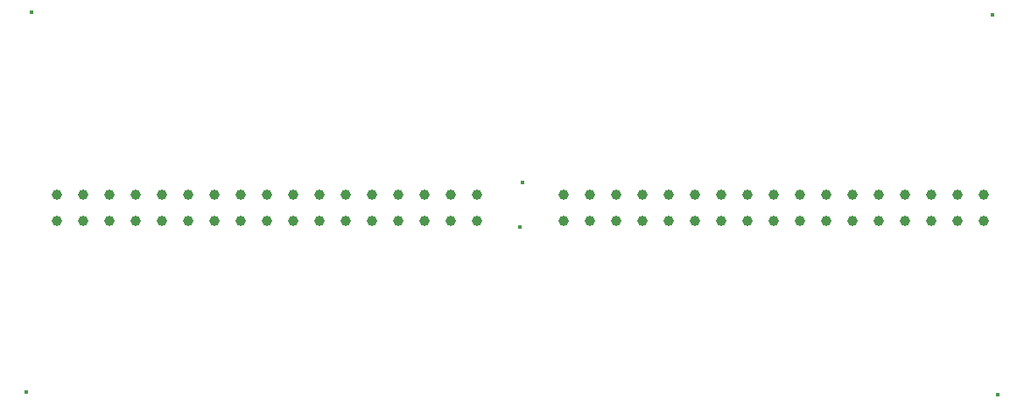
<source format=gbr>
%TF.GenerationSoftware,KiCad,Pcbnew,9.0.0*%
%TF.CreationDate,2025-03-14T15:21:29-04:00*%
%TF.ProjectId,LVDelay,4c564465-6c61-4792-9e6b-696361645f70,rev?*%
%TF.SameCoordinates,Original*%
%TF.FileFunction,Plated,1,4,PTH,Drill*%
%TF.FilePolarity,Positive*%
%FSLAX46Y46*%
G04 Gerber Fmt 4.6, Leading zero omitted, Abs format (unit mm)*
G04 Created by KiCad (PCBNEW 9.0.0) date 2025-03-14 15:21:29*
%MOMM*%
%LPD*%
G01*
G04 APERTURE LIST*
%TA.AperFunction,ViaDrill*%
%ADD10C,0.400000*%
%TD*%
%TA.AperFunction,ComponentDrill*%
%ADD11C,1.000000*%
%TD*%
G04 APERTURE END LIST*
D10*
X53340000Y-90170000D03*
X53848000Y-53340000D03*
X101092000Y-74168000D03*
X101346000Y-69850000D03*
X146812000Y-53594000D03*
X147320000Y-90424000D03*
D11*
%TO.C,J1*%
X56297830Y-71050655D03*
X56297830Y-73590655D03*
X58837830Y-71050655D03*
X58837830Y-73590655D03*
X61377830Y-71050655D03*
X61377830Y-73590655D03*
X63917830Y-71050655D03*
X63917830Y-73590655D03*
X66457830Y-71050655D03*
X66457830Y-73590655D03*
X68997830Y-71050655D03*
X68997830Y-73590655D03*
X71537830Y-71050655D03*
X71537830Y-73590655D03*
X74077830Y-71050655D03*
X74077830Y-73590655D03*
X76617830Y-71050655D03*
X76617830Y-73590655D03*
X79157830Y-71050655D03*
X79157830Y-73590655D03*
X81697830Y-71050655D03*
X81697830Y-73590655D03*
X84237830Y-71050655D03*
X84237830Y-73590655D03*
X86777830Y-71050655D03*
X86777830Y-73590655D03*
X89317830Y-71050655D03*
X89317830Y-73590655D03*
X91857830Y-71050655D03*
X91857830Y-73590655D03*
X94397830Y-71050655D03*
X94397830Y-73590655D03*
X96937830Y-71050655D03*
X96937830Y-73590655D03*
%TO.C,J2*%
X105314830Y-71050655D03*
X105314830Y-73590655D03*
X107854830Y-71050655D03*
X107854830Y-73590655D03*
X110394830Y-71050655D03*
X110394830Y-73590655D03*
X112934830Y-71050655D03*
X112934830Y-73590655D03*
X115474830Y-71050655D03*
X115474830Y-73590655D03*
X118014830Y-71050655D03*
X118014830Y-73590655D03*
X120554830Y-71050655D03*
X120554830Y-73590655D03*
X123094830Y-71050655D03*
X123094830Y-73590655D03*
X125634830Y-71050655D03*
X125634830Y-73590655D03*
X128174830Y-71050655D03*
X128174830Y-73590655D03*
X130714830Y-71050655D03*
X130714830Y-73590655D03*
X133254830Y-71050655D03*
X133254830Y-73590655D03*
X135794830Y-71050655D03*
X135794830Y-73590655D03*
X138334830Y-71050655D03*
X138334830Y-73590655D03*
X140874830Y-71050655D03*
X140874830Y-73590655D03*
X143414830Y-71050655D03*
X143414830Y-73590655D03*
X145954830Y-71050655D03*
X145954830Y-73590655D03*
M02*

</source>
